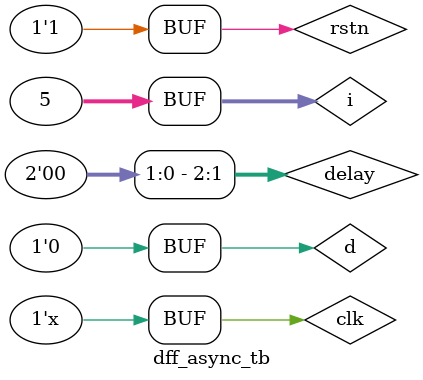
<source format=v>

module dff_async(input d,
                 input rstn,
                 input clk,
                 output reg q);
    
    always @(posedge clk or negedge rstn) begin
        if (!rstn)
            q <= 0;
        else
            q <= d;
    end
endmodule
    
    module dff_async_tb ;
        reg clk;
        reg d;
        reg rstn;
        reg[2:0] delay;
        integer i;
        
        dff_async dff0(
        .d(d),
        .rstn(rstn),
        .clk(clk),
        .q(q)
        );
        
        // generate clock
        always #10 clk = ~clk;
        
        // Test case
        initial begin
            clk  <= 0 ;
            d    <= 0;
            rstn <= 0;
            
            #15 d    <= 1;
            #10 rstn <= 1;
            
            for (i = 0; i < 5; i = i + 1) begin
                delay = $random;
                #(delay) d <= i;
            end
        end
    endmodule

</source>
